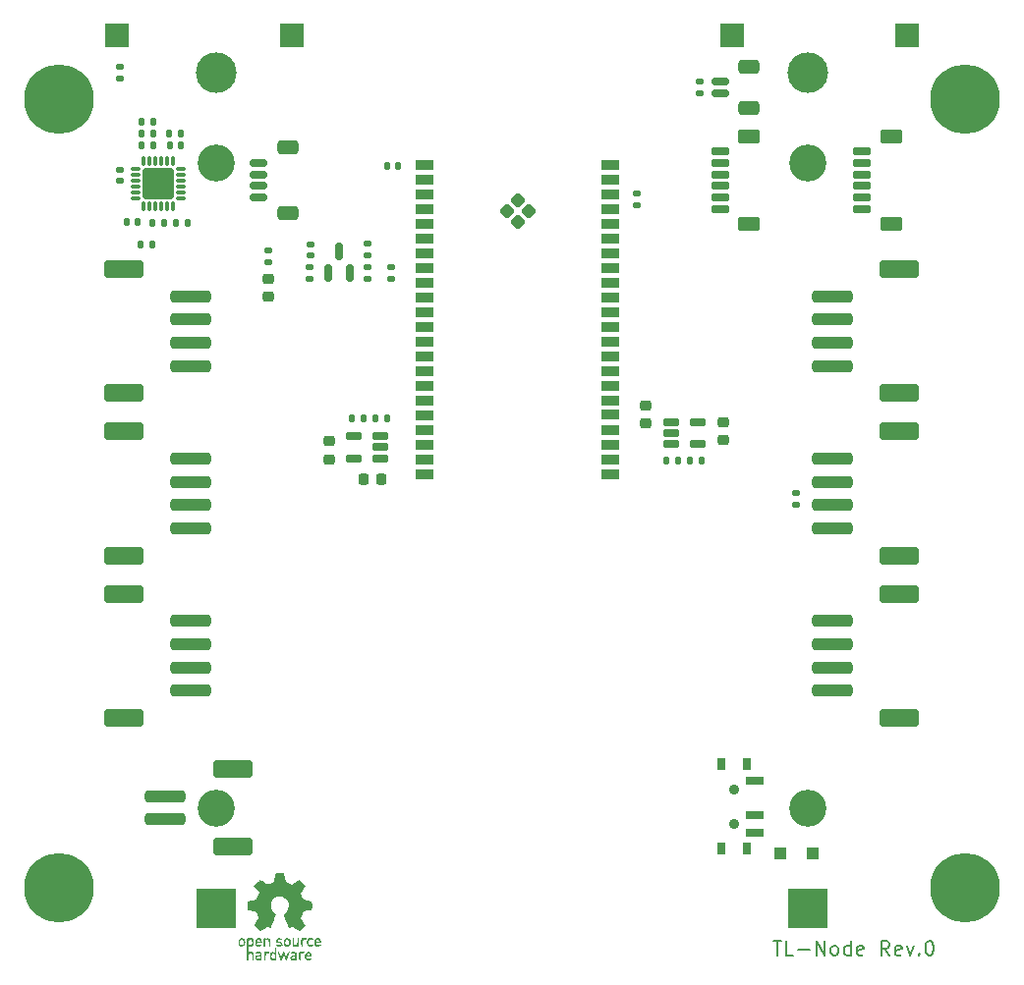
<source format=gbr>
%TF.GenerationSoftware,KiCad,Pcbnew,(6.0.7)*%
%TF.CreationDate,2022-10-18T10:08:25+03:00*%
%TF.ProjectId,TL-Node Rev.0,544c2d4e-6f64-4652-9052-65762e302e6b,rev?*%
%TF.SameCoordinates,Original*%
%TF.FileFunction,Soldermask,Top*%
%TF.FilePolarity,Negative*%
%FSLAX46Y46*%
G04 Gerber Fmt 4.6, Leading zero omitted, Abs format (unit mm)*
G04 Created by KiCad (PCBNEW (6.0.7)) date 2022-10-18 10:08:25*
%MOMM*%
%LPD*%
G01*
G04 APERTURE LIST*
G04 Aperture macros list*
%AMRoundRect*
0 Rectangle with rounded corners*
0 $1 Rounding radius*
0 $2 $3 $4 $5 $6 $7 $8 $9 X,Y pos of 4 corners*
0 Add a 4 corners polygon primitive as box body*
4,1,4,$2,$3,$4,$5,$6,$7,$8,$9,$2,$3,0*
0 Add four circle primitives for the rounded corners*
1,1,$1+$1,$2,$3*
1,1,$1+$1,$4,$5*
1,1,$1+$1,$6,$7*
1,1,$1+$1,$8,$9*
0 Add four rect primitives between the rounded corners*
20,1,$1+$1,$2,$3,$4,$5,0*
20,1,$1+$1,$4,$5,$6,$7,0*
20,1,$1+$1,$6,$7,$8,$9,0*
20,1,$1+$1,$8,$9,$2,$3,0*%
G04 Aperture macros list end*
%ADD10C,0.200000*%
%ADD11RoundRect,0.135000X-0.135000X-0.185000X0.135000X-0.185000X0.135000X0.185000X-0.135000X0.185000X0*%
%ADD12RoundRect,0.135000X0.135000X0.185000X-0.135000X0.185000X-0.135000X-0.185000X0.135000X-0.185000X0*%
%ADD13RoundRect,0.060000X0.602500X0.240000X-0.602500X0.240000X-0.602500X-0.240000X0.602500X-0.240000X0*%
%ADD14RoundRect,0.225000X-0.225000X-0.250000X0.225000X-0.250000X0.225000X0.250000X-0.225000X0.250000X0*%
%ADD15RoundRect,0.225000X0.250000X-0.225000X0.250000X0.225000X-0.250000X0.225000X-0.250000X-0.225000X0*%
%ADD16RoundRect,0.060000X-0.715000X0.240000X-0.715000X-0.240000X0.715000X-0.240000X0.715000X0.240000X0*%
%ADD17RoundRect,0.120000X-0.780000X0.480000X-0.780000X-0.480000X0.780000X-0.480000X0.780000X0.480000X0*%
%ADD18RoundRect,0.150000X0.150000X-0.587500X0.150000X0.587500X-0.150000X0.587500X-0.150000X-0.587500X0*%
%ADD19RoundRect,0.150000X-0.625000X0.150000X-0.625000X-0.150000X0.625000X-0.150000X0.625000X0.150000X0*%
%ADD20RoundRect,0.250000X-0.650000X0.350000X-0.650000X-0.350000X0.650000X-0.350000X0.650000X0.350000X0*%
%ADD21RoundRect,0.135000X-0.185000X0.135000X-0.185000X-0.135000X0.185000X-0.135000X0.185000X0.135000X0*%
%ADD22RoundRect,0.250000X-1.500000X0.250000X-1.500000X-0.250000X1.500000X-0.250000X1.500000X0.250000X0*%
%ADD23RoundRect,0.250001X-1.449999X0.499999X-1.449999X-0.499999X1.449999X-0.499999X1.449999X0.499999X0*%
%ADD24RoundRect,0.140000X0.140000X0.170000X-0.140000X0.170000X-0.140000X-0.170000X0.140000X-0.170000X0*%
%ADD25C,0.800000*%
%ADD26C,6.000000*%
%ADD27R,1.100000X1.100000*%
%ADD28RoundRect,0.135000X0.185000X-0.135000X0.185000X0.135000X-0.185000X0.135000X-0.185000X-0.135000X0*%
%ADD29RoundRect,0.225000X-0.250000X0.225000X-0.250000X-0.225000X0.250000X-0.225000X0.250000X0.225000X0*%
%ADD30RoundRect,0.234375X-1.465625X0.515625X-1.465625X-0.515625X1.465625X-0.515625X1.465625X0.515625X0*%
%ADD31RoundRect,0.249100X1.125900X1.075900X-1.125900X1.075900X-1.125900X-1.075900X1.125900X-1.075900X0*%
%ADD32RoundRect,0.075000X0.350000X0.075000X-0.350000X0.075000X-0.350000X-0.075000X0.350000X-0.075000X0*%
%ADD33RoundRect,0.075000X-0.075000X0.350000X-0.075000X-0.350000X0.075000X-0.350000X0.075000X0.350000X0*%
%ADD34RoundRect,0.090000X-0.660000X-0.360000X0.660000X-0.360000X0.660000X0.360000X-0.660000X0.360000X0*%
%ADD35RoundRect,0.090500X-0.659500X-0.362000X0.659500X-0.362000X0.659500X0.362000X-0.659500X0.362000X0*%
%ADD36RoundRect,0.100000X0.000000X-0.565685X0.565685X0.000000X0.000000X0.565685X-0.565685X0.000000X0*%
%ADD37RoundRect,0.140000X-0.140000X-0.170000X0.140000X-0.170000X0.140000X0.170000X-0.140000X0.170000X0*%
%ADD38RoundRect,0.140000X0.170000X-0.140000X0.170000X0.140000X-0.170000X0.140000X-0.170000X-0.140000X0*%
%ADD39RoundRect,0.140000X-0.170000X0.140000X-0.170000X-0.140000X0.170000X-0.140000X0.170000X0.140000X0*%
%ADD40R,2.000000X2.000000*%
%ADD41RoundRect,0.250000X1.500000X-0.250000X1.500000X0.250000X-1.500000X0.250000X-1.500000X-0.250000X0*%
%ADD42RoundRect,0.250001X1.449999X-0.499999X1.449999X0.499999X-1.449999X0.499999X-1.449999X-0.499999X0*%
%ADD43RoundRect,0.060000X-0.602500X-0.240000X0.602500X-0.240000X0.602500X0.240000X-0.602500X0.240000X0*%
%ADD44R,0.800000X1.000000*%
%ADD45C,0.900000*%
%ADD46R,1.500000X0.700000*%
%ADD47C,3.200000*%
%ADD48R,3.500000X3.500000*%
%ADD49C,3.500000*%
G04 APERTURE END LIST*
D10*
X122535714Y-129565476D02*
X123250000Y-129565476D01*
X122892857Y-130815476D02*
X122892857Y-129565476D01*
X124261904Y-130815476D02*
X123666666Y-130815476D01*
X123666666Y-129565476D01*
X124678571Y-130339285D02*
X125630952Y-130339285D01*
X126226190Y-130815476D02*
X126226190Y-129565476D01*
X126940476Y-130815476D01*
X126940476Y-129565476D01*
X127714285Y-130815476D02*
X127595238Y-130755952D01*
X127535714Y-130696428D01*
X127476190Y-130577380D01*
X127476190Y-130220238D01*
X127535714Y-130101190D01*
X127595238Y-130041666D01*
X127714285Y-129982142D01*
X127892857Y-129982142D01*
X128011904Y-130041666D01*
X128071428Y-130101190D01*
X128130952Y-130220238D01*
X128130952Y-130577380D01*
X128071428Y-130696428D01*
X128011904Y-130755952D01*
X127892857Y-130815476D01*
X127714285Y-130815476D01*
X129202380Y-130815476D02*
X129202380Y-129565476D01*
X129202380Y-130755952D02*
X129083333Y-130815476D01*
X128845238Y-130815476D01*
X128726190Y-130755952D01*
X128666666Y-130696428D01*
X128607142Y-130577380D01*
X128607142Y-130220238D01*
X128666666Y-130101190D01*
X128726190Y-130041666D01*
X128845238Y-129982142D01*
X129083333Y-129982142D01*
X129202380Y-130041666D01*
X130273809Y-130755952D02*
X130154761Y-130815476D01*
X129916666Y-130815476D01*
X129797619Y-130755952D01*
X129738095Y-130636904D01*
X129738095Y-130160714D01*
X129797619Y-130041666D01*
X129916666Y-129982142D01*
X130154761Y-129982142D01*
X130273809Y-130041666D01*
X130333333Y-130160714D01*
X130333333Y-130279761D01*
X129738095Y-130398809D01*
X132535714Y-130815476D02*
X132119047Y-130220238D01*
X131821428Y-130815476D02*
X131821428Y-129565476D01*
X132297619Y-129565476D01*
X132416666Y-129625000D01*
X132476190Y-129684523D01*
X132535714Y-129803571D01*
X132535714Y-129982142D01*
X132476190Y-130101190D01*
X132416666Y-130160714D01*
X132297619Y-130220238D01*
X131821428Y-130220238D01*
X133547619Y-130755952D02*
X133428571Y-130815476D01*
X133190476Y-130815476D01*
X133071428Y-130755952D01*
X133011904Y-130636904D01*
X133011904Y-130160714D01*
X133071428Y-130041666D01*
X133190476Y-129982142D01*
X133428571Y-129982142D01*
X133547619Y-130041666D01*
X133607142Y-130160714D01*
X133607142Y-130279761D01*
X133011904Y-130398809D01*
X134023809Y-129982142D02*
X134321428Y-130815476D01*
X134619047Y-129982142D01*
X135095238Y-130696428D02*
X135154761Y-130755952D01*
X135095238Y-130815476D01*
X135035714Y-130755952D01*
X135095238Y-130696428D01*
X135095238Y-130815476D01*
X135928571Y-129565476D02*
X136047619Y-129565476D01*
X136166666Y-129625000D01*
X136226190Y-129684523D01*
X136285714Y-129803571D01*
X136345238Y-130041666D01*
X136345238Y-130339285D01*
X136285714Y-130577380D01*
X136226190Y-130696428D01*
X136166666Y-130755952D01*
X136047619Y-130815476D01*
X135928571Y-130815476D01*
X135809523Y-130755952D01*
X135750000Y-130696428D01*
X135690476Y-130577380D01*
X135630952Y-130339285D01*
X135630952Y-130041666D01*
X135690476Y-129803571D01*
X135750000Y-129684523D01*
X135809523Y-129625000D01*
X135928571Y-129565476D01*
%TO.C,G\u002A\u002A\u002A*%
G36*
X78770929Y-130514592D02*
G01*
X78796430Y-130538604D01*
X78816670Y-130561292D01*
X78850484Y-130538604D01*
X78919131Y-130507721D01*
X79009581Y-130504177D01*
X79088743Y-130529180D01*
X79112949Y-130567200D01*
X79091528Y-130607783D01*
X79037519Y-130638226D01*
X78968604Y-130646237D01*
X78888973Y-130649654D01*
X78835939Y-130680180D01*
X78804646Y-130746613D01*
X78790237Y-130857754D01*
X78787590Y-130974236D01*
X78786869Y-131097906D01*
X78782300Y-131173045D01*
X78770277Y-131211742D01*
X78747192Y-131226084D01*
X78711814Y-131228162D01*
X78636039Y-131228162D01*
X78636039Y-130500716D01*
X78709288Y-130500716D01*
X78770929Y-130514592D01*
G37*
G36*
X81960772Y-129334280D02*
G01*
X81976668Y-129353272D01*
X82000338Y-129372770D01*
X82052977Y-129353272D01*
X82142298Y-129322267D01*
X82220462Y-129322837D01*
X82273855Y-129350279D01*
X82288862Y-129399894D01*
X82278016Y-129430990D01*
X82229634Y-129475744D01*
X82161223Y-129479441D01*
X82085849Y-129476667D01*
X82034804Y-129497556D01*
X82002833Y-129551209D01*
X81984681Y-129646727D01*
X81975094Y-129793212D01*
X81974729Y-129802455D01*
X81968439Y-129932949D01*
X81959976Y-130014183D01*
X81946511Y-130057517D01*
X81925217Y-130074309D01*
X81906531Y-130076372D01*
X81882589Y-130072239D01*
X81866373Y-130053306D01*
X81856392Y-130009770D01*
X81851156Y-129931829D01*
X81849175Y-129809680D01*
X81848926Y-129697494D01*
X81849542Y-129540069D01*
X81852391Y-129433448D01*
X81858978Y-129367822D01*
X81870808Y-129333377D01*
X81889384Y-129320305D01*
X81907021Y-129318616D01*
X81960772Y-129334280D01*
G37*
G36*
X79032561Y-129339669D02*
G01*
X79111735Y-129391703D01*
X79150728Y-129428076D01*
X79175511Y-129465480D01*
X79189299Y-129517951D01*
X79195309Y-129599526D01*
X79196754Y-129724240D01*
X79196778Y-129763003D01*
X79196049Y-129899544D01*
X79192160Y-129986980D01*
X79182563Y-130036821D01*
X79164706Y-130060581D01*
X79136041Y-130069771D01*
X79128580Y-130070903D01*
X79096108Y-130072682D01*
X79076025Y-130059224D01*
X79065358Y-130019234D01*
X79061135Y-129941414D01*
X79060382Y-129814468D01*
X79060382Y-129811750D01*
X79056925Y-129662011D01*
X79043549Y-129562818D01*
X79015748Y-129504338D01*
X78969016Y-129476739D01*
X78903835Y-129470167D01*
X78839742Y-129482014D01*
X78796534Y-129523209D01*
X78770775Y-129602232D01*
X78759030Y-129727561D01*
X78757280Y-129831898D01*
X78756069Y-129953231D01*
X78750392Y-130026133D01*
X78737185Y-130062773D01*
X78713381Y-130075325D01*
X78695708Y-130076372D01*
X78638468Y-130059139D01*
X78618850Y-130036537D01*
X78613373Y-129991297D01*
X78610415Y-129899780D01*
X78610231Y-129776286D01*
X78612223Y-129665236D01*
X78616666Y-129519851D01*
X78622542Y-129424198D01*
X78632303Y-129367398D01*
X78648400Y-129338573D01*
X78673284Y-129326841D01*
X78689081Y-129324085D01*
X78744766Y-129331513D01*
X78757280Y-129363692D01*
X78762576Y-129395565D01*
X78789242Y-129389324D01*
X78824644Y-129365800D01*
X78928476Y-129322662D01*
X79032561Y-129339669D01*
G37*
G36*
X81182338Y-129323809D02*
G01*
X81200479Y-129347626D01*
X81209391Y-129402421D01*
X81212250Y-129500548D01*
X81212411Y-129554354D01*
X81221556Y-129722552D01*
X81250347Y-129837314D01*
X81300814Y-129903210D01*
X81374990Y-129924809D01*
X81377125Y-129924821D01*
X81436943Y-129914997D01*
X81477421Y-129879203D01*
X81502653Y-129807959D01*
X81516732Y-129691784D01*
X81521767Y-129589898D01*
X81527245Y-129464937D01*
X81535436Y-129388145D01*
X81549950Y-129347075D01*
X81574397Y-129329284D01*
X81598867Y-129324085D01*
X81627052Y-129321988D01*
X81646154Y-129331570D01*
X81657940Y-129362449D01*
X81664176Y-129424240D01*
X81666629Y-129526561D01*
X81667064Y-129679028D01*
X81667065Y-129695386D01*
X81666356Y-129853731D01*
X81663305Y-129961166D01*
X81656521Y-130027394D01*
X81644614Y-130062118D01*
X81626196Y-130075041D01*
X81612506Y-130076372D01*
X81547357Y-130059093D01*
X81524830Y-130043254D01*
X81477832Y-130025729D01*
X81429829Y-130043254D01*
X81339935Y-130073352D01*
X81253484Y-130054465D01*
X81227566Y-130041372D01*
X81167664Y-130001484D01*
X81128118Y-129951545D01*
X81104884Y-129878938D01*
X81093916Y-129771044D01*
X81091170Y-129615925D01*
X81092032Y-129479536D01*
X81096125Y-129392684D01*
X81105705Y-129344298D01*
X81123032Y-129323301D01*
X81150363Y-129318620D01*
X81151790Y-129318616D01*
X81182338Y-129323809D01*
G37*
G36*
X79914737Y-130506185D02*
G01*
X79951204Y-130520667D01*
X79980797Y-130559764D01*
X80009686Y-130635350D01*
X80041843Y-130750776D01*
X80072582Y-130860070D01*
X80100353Y-130942280D01*
X80120280Y-130983424D01*
X80123787Y-130985680D01*
X80141842Y-130958846D01*
X80171232Y-130887496D01*
X80206489Y-130785357D01*
X80217389Y-130750776D01*
X80258572Y-130627848D01*
X80292528Y-130554484D01*
X80324590Y-130520941D01*
X80346007Y-130515871D01*
X80378490Y-130529102D01*
X80410670Y-130575008D01*
X80447579Y-130662913D01*
X80485108Y-130773508D01*
X80524586Y-130893044D01*
X80553383Y-130960839D01*
X80577041Y-130975462D01*
X80601105Y-130935484D01*
X80631118Y-130839474D01*
X80661348Y-130728043D01*
X80695448Y-130613096D01*
X80725708Y-130545676D01*
X80758825Y-130513608D01*
X80783443Y-130506185D01*
X80818735Y-130504373D01*
X80838732Y-130517139D01*
X80842516Y-130552798D01*
X80829168Y-130619668D01*
X80797772Y-130726064D01*
X80747408Y-130880302D01*
X80739528Y-130903975D01*
X80690767Y-131046567D01*
X80654441Y-131140426D01*
X80625490Y-131194861D01*
X80598849Y-131219180D01*
X80569457Y-131222691D01*
X80566407Y-131222290D01*
X80528631Y-131205000D01*
X80495329Y-131157842D01*
X80460108Y-131069536D01*
X80434704Y-130989825D01*
X80400622Y-130881695D01*
X80371905Y-130798082D01*
X80353877Y-130754324D01*
X80352064Y-130751746D01*
X80337206Y-130771451D01*
X80310594Y-130836910D01*
X80277123Y-130935587D01*
X80264914Y-130974928D01*
X80224927Y-131097393D01*
X80191877Y-131172056D01*
X80159426Y-131210261D01*
X80126505Y-131222711D01*
X80069268Y-131214791D01*
X80047718Y-131192400D01*
X80033388Y-131147735D01*
X80005069Y-131059985D01*
X79967469Y-130943730D01*
X79941767Y-130864364D01*
X79893507Y-130712498D01*
X79864324Y-130609232D01*
X79853562Y-130545849D01*
X79860561Y-130513630D01*
X79884665Y-130503859D01*
X79914737Y-130506185D01*
G37*
G36*
X80351164Y-129583020D02*
G01*
X80362845Y-129513371D01*
X80391311Y-129462802D01*
X80443718Y-129410568D01*
X80447555Y-129407129D01*
X80558909Y-129335907D01*
X80672702Y-129323745D01*
X80783671Y-129361808D01*
X80875205Y-129440958D01*
X80926716Y-129563864D01*
X80939618Y-129697494D01*
X80920164Y-129857253D01*
X80861301Y-129971936D01*
X80783671Y-130033180D01*
X80668175Y-130071412D01*
X80556143Y-130057324D01*
X80530430Y-130047718D01*
X80436211Y-129989536D01*
X80378606Y-129901554D01*
X80352247Y-129773257D01*
X80349305Y-129697494D01*
X80484965Y-129697494D01*
X80493522Y-129788839D01*
X80514325Y-129862200D01*
X80516341Y-129866193D01*
X80570369Y-129911177D01*
X80649588Y-129924162D01*
X80726924Y-129903861D01*
X80759097Y-129877741D01*
X80783435Y-129819237D01*
X80797095Y-129729780D01*
X80798171Y-129697494D01*
X80783552Y-129574455D01*
X80737487Y-129500526D01*
X80656658Y-129471118D01*
X80633871Y-129470167D01*
X80551991Y-129492635D01*
X80503075Y-129562063D01*
X80485133Y-129681486D01*
X80484965Y-129697494D01*
X80349305Y-129697494D01*
X80349111Y-129692494D01*
X80351164Y-129583020D01*
G37*
G36*
X82999992Y-129512756D02*
G01*
X83028884Y-129462042D01*
X83081876Y-129409451D01*
X83084548Y-129407060D01*
X83195051Y-129335870D01*
X83307927Y-129322896D01*
X83407018Y-129353126D01*
X83480519Y-129414154D01*
X83540336Y-129512203D01*
X83573605Y-129623680D01*
X83576611Y-129664187D01*
X83574142Y-129704102D01*
X83558257Y-129727571D01*
X83516236Y-129738960D01*
X83435361Y-129742637D01*
X83347176Y-129742959D01*
X83231034Y-129743984D01*
X83163396Y-129749534D01*
X83132152Y-129763327D01*
X83125191Y-129789080D01*
X83127427Y-129810399D01*
X83164647Y-129881663D01*
X83238795Y-129924820D01*
X83328915Y-129929761D01*
X83357876Y-129921554D01*
X83435710Y-129906837D01*
X83505019Y-129916664D01*
X83543865Y-129946708D01*
X83546301Y-129958720D01*
X83520453Y-129989009D01*
X83457208Y-130024463D01*
X83378014Y-130055689D01*
X83304321Y-130073293D01*
X83282060Y-130074451D01*
X83208344Y-130061307D01*
X83167423Y-130047718D01*
X83072490Y-129989002D01*
X83014582Y-129900255D01*
X82988408Y-129771123D01*
X82985561Y-129691826D01*
X82987933Y-129583785D01*
X83122928Y-129583785D01*
X83171512Y-129611963D01*
X83273509Y-129621718D01*
X83369272Y-129616710D01*
X83415875Y-129599560D01*
X83425060Y-129576952D01*
X83401778Y-129529487D01*
X83349284Y-129482535D01*
X83289961Y-129450465D01*
X83243316Y-129455652D01*
X83197733Y-129482535D01*
X83131197Y-129539777D01*
X83122928Y-129583785D01*
X82987933Y-129583785D01*
X82987963Y-129582412D01*
X82999992Y-129512756D01*
G37*
G36*
X79166243Y-130665823D02*
G01*
X79192861Y-130612682D01*
X79228824Y-130572000D01*
X79326431Y-130513967D01*
X79448000Y-130511368D01*
X79552924Y-130544805D01*
X79582159Y-130551086D01*
X79598176Y-130529881D01*
X79604819Y-130469446D01*
X79605967Y-130382718D01*
X79608103Y-130280049D01*
X79617515Y-130224177D01*
X79638709Y-130201342D01*
X79666587Y-130197613D01*
X79688674Y-130200314D01*
X79704626Y-130214060D01*
X79715437Y-130247318D01*
X79722105Y-130308554D01*
X79725625Y-130406233D01*
X79726993Y-130548821D01*
X79727208Y-130712888D01*
X79726890Y-130900627D01*
X79725273Y-131036212D01*
X79721360Y-131128109D01*
X79714156Y-131184784D01*
X79702665Y-131214704D01*
X79685889Y-131226334D01*
X79666587Y-131228162D01*
X79617324Y-131216110D01*
X79605967Y-131199399D01*
X79581738Y-131191204D01*
X79521497Y-131206489D01*
X79500855Y-131214554D01*
X79430868Y-131242486D01*
X79390199Y-131256233D01*
X79387191Y-131256551D01*
X79355904Y-131245122D01*
X79313685Y-131228417D01*
X79231059Y-131173779D01*
X79179300Y-131084291D01*
X79154661Y-130951370D01*
X79151313Y-130856317D01*
X79151688Y-130841079D01*
X79304215Y-130841079D01*
X79307186Y-130941941D01*
X79320058Y-131027125D01*
X79339237Y-131070549D01*
X79409921Y-131103772D01*
X79492356Y-131095413D01*
X79549213Y-131056797D01*
X79575260Y-130993988D01*
X79588276Y-130899943D01*
X79587873Y-130798993D01*
X79573665Y-130715472D01*
X79555197Y-130680304D01*
X79494114Y-130651081D01*
X79415303Y-130647401D01*
X79348640Y-130668457D01*
X79330192Y-130686366D01*
X79311699Y-130748051D01*
X79304215Y-130841079D01*
X79151688Y-130841079D01*
X79154162Y-130740550D01*
X79166243Y-130665823D01*
G37*
G36*
X82290088Y-130571220D02*
G01*
X82388443Y-130513493D01*
X82470287Y-130500716D01*
X82591599Y-130528180D01*
X82687158Y-130602630D01*
X82745561Y-130712159D01*
X82758234Y-130801487D01*
X82758234Y-130925060D01*
X82530907Y-130925060D01*
X82409612Y-130927688D01*
X82338518Y-130936872D01*
X82307384Y-130954564D01*
X82303580Y-130968360D01*
X82330005Y-131036500D01*
X82396576Y-131084686D01*
X82484241Y-131106011D01*
X82573946Y-131093566D01*
X82605666Y-131077881D01*
X82662459Y-131070799D01*
X82712674Y-131102260D01*
X82727924Y-131142489D01*
X82702563Y-131170250D01*
X82641095Y-131205341D01*
X82565441Y-131237559D01*
X82497524Y-131256700D01*
X82478838Y-131258425D01*
X82427981Y-131245603D01*
X82351586Y-131213967D01*
X82333891Y-131205382D01*
X82238778Y-131129203D01*
X82182081Y-131024211D01*
X82161333Y-130903161D01*
X82174064Y-130778810D01*
X82176370Y-130772754D01*
X82308909Y-130772754D01*
X82364002Y-130796733D01*
X82469310Y-130803819D01*
X82563549Y-130802266D01*
X82609718Y-130793553D01*
X82620358Y-130771600D01*
X82609967Y-130735621D01*
X82557168Y-130664091D01*
X82478783Y-130631924D01*
X82396479Y-130645226D01*
X82365119Y-130666592D01*
X82309753Y-130729996D01*
X82308909Y-130772754D01*
X82176370Y-130772754D01*
X82217806Y-130663911D01*
X82290088Y-130571220D01*
G37*
G36*
X77944198Y-130881092D02*
G01*
X78044442Y-130826057D01*
X78191344Y-130804118D01*
X78213668Y-130803819D01*
X78292825Y-130798178D01*
X78327265Y-130776403D01*
X78332936Y-130746909D01*
X78308881Y-130671949D01*
X78237504Y-130633941D01*
X78119985Y-130633474D01*
X78108572Y-130635084D01*
X78011195Y-130639545D01*
X77954387Y-130621666D01*
X77944785Y-130586493D01*
X77985530Y-130541583D01*
X78073987Y-130507131D01*
X78186850Y-130502039D01*
X78301289Y-130523119D01*
X78394477Y-130567184D01*
X78430980Y-130603762D01*
X78440592Y-130646926D01*
X78448222Y-130735681D01*
X78452832Y-130855005D01*
X78453713Y-130932619D01*
X78454177Y-131228126D01*
X78355669Y-131222950D01*
X78259578Y-131225495D01*
X78181385Y-131237625D01*
X78096911Y-131239189D01*
X78010108Y-131215236D01*
X77927082Y-131154368D01*
X77894427Y-131081116D01*
X77893823Y-131020042D01*
X78009179Y-131020042D01*
X78029833Y-131061456D01*
X78085608Y-131094080D01*
X78166081Y-131106946D01*
X78246978Y-131100265D01*
X78304024Y-131074247D01*
X78314538Y-131058977D01*
X78333942Y-130982994D01*
X78312915Y-130941795D01*
X78243616Y-130926192D01*
X78200251Y-130925060D01*
X78093416Y-130937541D01*
X78027317Y-130971129D01*
X78009179Y-131020042D01*
X77893823Y-131020042D01*
X77893297Y-130966890D01*
X77944198Y-130881092D01*
G37*
G36*
X77186748Y-129511398D02*
G01*
X77191375Y-129425973D01*
X77198001Y-129370184D01*
X77206980Y-129337832D01*
X77218665Y-129322722D01*
X77233411Y-129318656D01*
X77235704Y-129318616D01*
X77300854Y-129335895D01*
X77323381Y-129351734D01*
X77370379Y-129369259D01*
X77418381Y-129351734D01*
X77527383Y-129320488D01*
X77627738Y-129349091D01*
X77682643Y-129393014D01*
X77721487Y-129438822D01*
X77743952Y-129491037D01*
X77754360Y-129567263D01*
X77757032Y-129685104D01*
X77757041Y-129696116D01*
X77754061Y-129822022D01*
X77742895Y-129903608D01*
X77720201Y-129956981D01*
X77697191Y-129984671D01*
X77596678Y-130051901D01*
X77490726Y-130064971D01*
X77408252Y-130033549D01*
X77332697Y-129984044D01*
X77332697Y-130273757D01*
X77333367Y-130407165D01*
X77336888Y-130489939D01*
X77345525Y-130532059D01*
X77361542Y-130543508D01*
X77387207Y-130534269D01*
X77391325Y-130532093D01*
X77506139Y-130501981D01*
X77618321Y-130528188D01*
X77682643Y-130575114D01*
X77717517Y-130614787D01*
X77739410Y-130658810D01*
X77751305Y-130721761D01*
X77756183Y-130818220D01*
X77757041Y-130938837D01*
X77756134Y-131073048D01*
X77751845Y-131157866D01*
X77741823Y-131204511D01*
X77723719Y-131224202D01*
X77696420Y-131228162D01*
X77664444Y-131222388D01*
X77646186Y-131196386D01*
X77637893Y-131137142D01*
X77635811Y-131031637D01*
X77635800Y-131017964D01*
X77631812Y-130899666D01*
X77621392Y-130796438D01*
X77607815Y-130734159D01*
X77554436Y-130663852D01*
X77476560Y-130642594D01*
X77395279Y-130672492D01*
X77364198Y-130701405D01*
X77345401Y-130744066D01*
X77335930Y-130814640D01*
X77332828Y-130927292D01*
X77332697Y-130972244D01*
X77331990Y-131096500D01*
X77327491Y-131172178D01*
X77315635Y-131211320D01*
X77292855Y-131225967D01*
X77256922Y-131228162D01*
X77181146Y-131228162D01*
X77181146Y-130273389D01*
X77181319Y-130007454D01*
X77182074Y-129795941D01*
X77183094Y-129697494D01*
X77332697Y-129697494D01*
X77342431Y-129817918D01*
X77375720Y-129889401D01*
X77438691Y-129921065D01*
X77485445Y-129924821D01*
X77560846Y-129902255D01*
X77600624Y-129847619D01*
X77634195Y-129703646D01*
X77608171Y-129553086D01*
X77606240Y-129547916D01*
X77564147Y-129487093D01*
X77491061Y-129470167D01*
X77407555Y-129483842D01*
X77357984Y-129531214D01*
X77335716Y-129621803D01*
X77332697Y-129697494D01*
X77183094Y-129697494D01*
X77183766Y-129632655D01*
X77186748Y-129511398D01*
G37*
G36*
X82796812Y-129354894D02*
G01*
X82807072Y-129359585D01*
X82884156Y-129404654D01*
X82905952Y-129445037D01*
X82876146Y-129490084D01*
X82863036Y-129501543D01*
X82814428Y-129524305D01*
X82781198Y-129505255D01*
X82728287Y-129480918D01*
X82648412Y-129470192D01*
X82644540Y-129470167D01*
X82573294Y-129478405D01*
X82529705Y-129514371D01*
X82497558Y-129578852D01*
X82474355Y-129681945D01*
X82482483Y-129785036D01*
X82517774Y-129867895D01*
X82565163Y-129906986D01*
X82658240Y-129924213D01*
X82744676Y-129911117D01*
X82782699Y-129888232D01*
X82822243Y-129868915D01*
X82865480Y-129897836D01*
X82894225Y-129937075D01*
X82878498Y-129972549D01*
X82853868Y-129996341D01*
X82767221Y-130043009D01*
X82655631Y-130064788D01*
X82551523Y-130056378D01*
X82530907Y-130049130D01*
X82434617Y-129987458D01*
X82376610Y-129896689D01*
X82351284Y-129765972D01*
X82349046Y-129696754D01*
X82353027Y-129582331D01*
X82368763Y-129507263D01*
X82401943Y-129450589D01*
X82422091Y-129427608D01*
X82532510Y-129351270D01*
X82663001Y-129326046D01*
X82796812Y-129354894D01*
G37*
G36*
X81778910Y-130516380D02*
G01*
X81794806Y-130535373D01*
X81818476Y-130554871D01*
X81871115Y-130535373D01*
X81952918Y-130507698D01*
X82036292Y-130502821D01*
X82096628Y-130521058D01*
X82107384Y-130532354D01*
X82109578Y-130581015D01*
X82066320Y-130622297D01*
X81992618Y-130644389D01*
X81963668Y-130645443D01*
X81886141Y-130655491D01*
X81834105Y-130696307D01*
X81803412Y-130776078D01*
X81789910Y-130902992D01*
X81788306Y-130991473D01*
X81786981Y-131110551D01*
X81780899Y-131181361D01*
X81766903Y-131216235D01*
X81741834Y-131227502D01*
X81727685Y-131228162D01*
X81702096Y-131224594D01*
X81684935Y-131207191D01*
X81674528Y-131165908D01*
X81669201Y-131090699D01*
X81667280Y-130971519D01*
X81667065Y-130864439D01*
X81667725Y-130710707D01*
X81670773Y-130607584D01*
X81677806Y-130545063D01*
X81690422Y-130513137D01*
X81710221Y-130501801D01*
X81725159Y-130500716D01*
X81778910Y-130516380D01*
G37*
G36*
X77997344Y-129390637D02*
G01*
X78094627Y-129335075D01*
X78201400Y-129324448D01*
X78305450Y-129356099D01*
X78394563Y-129427372D01*
X78456527Y-129535612D01*
X78475194Y-129614141D01*
X78492469Y-129742959D01*
X78259043Y-129742959D01*
X78141667Y-129743948D01*
X78072886Y-129749328D01*
X78040681Y-129762723D01*
X78033031Y-129787757D01*
X78035303Y-129810399D01*
X78072523Y-129881663D01*
X78146671Y-129924820D01*
X78236790Y-129929761D01*
X78265752Y-129921554D01*
X78343586Y-129906837D01*
X78412895Y-129916664D01*
X78451741Y-129946708D01*
X78454177Y-129958720D01*
X78428329Y-129989009D01*
X78365083Y-130024463D01*
X78285890Y-130055689D01*
X78212197Y-130073293D01*
X78189936Y-130074451D01*
X78116220Y-130061307D01*
X78075299Y-130047718D01*
X77979330Y-129978038D01*
X77913288Y-129869058D01*
X77881512Y-129736432D01*
X77888342Y-129595818D01*
X77892283Y-129583785D01*
X78030804Y-129583785D01*
X78079388Y-129611963D01*
X78181385Y-129621718D01*
X78277148Y-129616710D01*
X78323751Y-129599560D01*
X78332936Y-129576952D01*
X78309654Y-129529487D01*
X78257160Y-129482535D01*
X78197837Y-129450465D01*
X78151192Y-129455652D01*
X78105609Y-129482535D01*
X78039073Y-129539777D01*
X78030804Y-129583785D01*
X77892283Y-129583785D01*
X77921762Y-129493788D01*
X77997344Y-129390637D01*
G37*
G36*
X79860580Y-123745144D02*
G01*
X80008388Y-123748179D01*
X80378879Y-123756683D01*
X80454654Y-124134139D01*
X80530430Y-124511595D01*
X80757757Y-124610633D01*
X80871194Y-124657259D01*
X80968709Y-124692330D01*
X81032865Y-124709706D01*
X81041509Y-124710563D01*
X81088054Y-124694338D01*
X81171307Y-124649645D01*
X81278901Y-124583598D01*
X81382485Y-124514439D01*
X81497467Y-124436170D01*
X81594502Y-124372629D01*
X81662703Y-124330782D01*
X81690452Y-124317422D01*
X81720321Y-124337789D01*
X81781191Y-124391901D01*
X81862607Y-124469276D01*
X81954113Y-124559432D01*
X82045253Y-124651886D01*
X82125570Y-124736156D01*
X82184608Y-124801761D01*
X82211912Y-124838218D01*
X82212650Y-124840922D01*
X82196352Y-124873243D01*
X82152097Y-124944292D01*
X82086841Y-125043238D01*
X82015633Y-125147587D01*
X81937269Y-125262880D01*
X81873599Y-125360571D01*
X81831620Y-125429652D01*
X81818167Y-125458253D01*
X81828992Y-125496055D01*
X81858397Y-125575756D01*
X81901148Y-125683508D01*
X81926984Y-125746189D01*
X82036249Y-126008011D01*
X82773389Y-126151193D01*
X82782007Y-126497206D01*
X82783180Y-126665599D01*
X82777568Y-126789209D01*
X82765572Y-126861703D01*
X82758077Y-126876084D01*
X82716305Y-126894825D01*
X82628570Y-126919991D01*
X82508692Y-126947965D01*
X82400891Y-126969570D01*
X82076253Y-127030191D01*
X82009580Y-127166587D01*
X81957056Y-127280590D01*
X81902398Y-127408937D01*
X81882861Y-127457906D01*
X81822816Y-127612830D01*
X82017733Y-127904307D01*
X82094715Y-128021395D01*
X82157354Y-128120414D01*
X82198888Y-128190419D01*
X82212650Y-128219862D01*
X82192351Y-128249468D01*
X82137129Y-128312093D01*
X82055491Y-128398464D01*
X81959071Y-128496201D01*
X81705493Y-128748461D01*
X81403848Y-128547625D01*
X81102203Y-128346788D01*
X80960326Y-128426085D01*
X80877791Y-128470312D01*
X80832487Y-128485814D01*
X80809491Y-128474762D01*
X80797687Y-128449767D01*
X80779794Y-128405105D01*
X80742529Y-128314375D01*
X80689965Y-128187413D01*
X80626175Y-128034056D01*
X80555229Y-127864139D01*
X80555170Y-127863996D01*
X80485527Y-127695129D01*
X80424888Y-127543563D01*
X80376933Y-127418868D01*
X80345340Y-127330616D01*
X80333790Y-127288380D01*
X80333788Y-127288101D01*
X80357600Y-127243804D01*
X80416397Y-127190049D01*
X80437214Y-127175630D01*
X80580511Y-127049892D01*
X80694453Y-126883218D01*
X80742007Y-126774239D01*
X80782462Y-126574449D01*
X80767982Y-126376373D01*
X80703704Y-126189839D01*
X80594767Y-126024676D01*
X80446311Y-125890713D01*
X80263475Y-125797777D01*
X80225055Y-125785506D01*
X80017033Y-125754257D01*
X79816155Y-125778292D01*
X79631200Y-125852294D01*
X79470944Y-125970948D01*
X79344165Y-126128940D01*
X79259640Y-126320952D01*
X79244962Y-126379049D01*
X79231572Y-126579878D01*
X79272740Y-126778777D01*
X79363375Y-126963021D01*
X79498384Y-127119885D01*
X79561798Y-127170773D01*
X79634818Y-127229926D01*
X79679392Y-127279258D01*
X79686569Y-127301260D01*
X79628990Y-127447400D01*
X79562371Y-127610761D01*
X79490691Y-127782215D01*
X79417928Y-127952639D01*
X79348064Y-128112905D01*
X79285078Y-128253889D01*
X79232948Y-128366466D01*
X79195656Y-128441508D01*
X79177180Y-128469892D01*
X79176916Y-128469928D01*
X79134917Y-128457110D01*
X79061519Y-128424758D01*
X79025145Y-128406794D01*
X78901392Y-128343660D01*
X78639897Y-128523017D01*
X78528087Y-128599371D01*
X78433411Y-128663407D01*
X78367972Y-128706973D01*
X78345916Y-128720997D01*
X78313353Y-128707901D01*
X78248216Y-128658611D01*
X78159755Y-128580816D01*
X78057222Y-128482203D01*
X78050538Y-128475504D01*
X77787646Y-128211388D01*
X77986639Y-127913814D01*
X78185633Y-127616239D01*
X78069845Y-127324633D01*
X77954058Y-127033027D01*
X77256922Y-126905869D01*
X77248476Y-126526047D01*
X77240031Y-126146225D01*
X77609172Y-126072934D01*
X77978312Y-125999642D01*
X78095377Y-125728215D01*
X78212443Y-125456788D01*
X77779577Y-124826622D01*
X78032855Y-124572022D01*
X78134287Y-124472612D01*
X78221874Y-124391511D01*
X78286098Y-124337217D01*
X78317112Y-124318204D01*
X78353156Y-124334788D01*
X78427572Y-124379225D01*
X78529116Y-124444529D01*
X78634190Y-124515220D01*
X78751399Y-124593391D01*
X78852623Y-124656783D01*
X78926269Y-124698401D01*
X78959236Y-124711456D01*
X78999362Y-124701202D01*
X79078472Y-124674602D01*
X79179984Y-124637898D01*
X79287318Y-124597330D01*
X79383892Y-124559142D01*
X79453125Y-124529574D01*
X79477729Y-124516276D01*
X79486335Y-124485055D01*
X79503239Y-124406907D01*
X79525787Y-124294530D01*
X79545249Y-124193075D01*
X79571640Y-124054748D01*
X79595527Y-123932726D01*
X79613722Y-123843133D01*
X79621255Y-123808799D01*
X79630451Y-123779938D01*
X79648519Y-123760780D01*
X79685922Y-123749687D01*
X79753121Y-123745021D01*
X79860580Y-123745144D01*
G37*
G36*
X80042619Y-129331237D02*
G01*
X80136516Y-129360822D01*
X80187207Y-129402157D01*
X80187655Y-129447799D01*
X80170767Y-129466797D01*
X80116515Y-129486544D01*
X80042758Y-129469138D01*
X79944256Y-129447733D01*
X79867761Y-129460611D01*
X79826513Y-129503538D01*
X79823749Y-129539165D01*
X79840282Y-129581589D01*
X79884941Y-129607662D01*
X79973203Y-129625877D01*
X79984845Y-129627568D01*
X80109135Y-129665167D01*
X80195398Y-129729974D01*
X80240865Y-129810734D01*
X80242766Y-129896193D01*
X80198332Y-129975094D01*
X80104792Y-130036183D01*
X80087048Y-130042874D01*
X79957343Y-130072515D01*
X79839508Y-130058862D01*
X79768734Y-130032714D01*
X79681310Y-129984909D01*
X79651720Y-129941126D01*
X79677641Y-129897915D01*
X79677862Y-129897731D01*
X79723958Y-129881318D01*
X79796385Y-129897224D01*
X79834184Y-129911991D01*
X79940208Y-129938513D01*
X80026350Y-129927285D01*
X80079794Y-129882121D01*
X80090931Y-129835584D01*
X80080365Y-129797926D01*
X80039370Y-129774236D01*
X79954001Y-129757282D01*
X79934878Y-129754656D01*
X79793692Y-129718255D01*
X79703911Y-129654116D01*
X79667372Y-129563670D01*
X79666587Y-129545943D01*
X79693802Y-129449604D01*
X79767355Y-129376178D01*
X79875107Y-129332596D01*
X80004921Y-129325789D01*
X80042619Y-129331237D01*
G37*
G36*
X80932505Y-130906865D02*
G01*
X81004046Y-130848120D01*
X81116061Y-130812030D01*
X81210418Y-130803819D01*
X81289369Y-130799812D01*
X81324785Y-130780910D01*
X81333582Y-130736794D01*
X81333652Y-130728620D01*
X81308327Y-130664741D01*
X81243828Y-130629532D01*
X81157366Y-130629406D01*
X81109727Y-130645202D01*
X81040669Y-130657455D01*
X80976160Y-130641604D01*
X80940968Y-130604959D01*
X80939618Y-130595006D01*
X80966808Y-130561233D01*
X81036116Y-130530094D01*
X81129151Y-130507882D01*
X81215215Y-130500716D01*
X81325673Y-130517553D01*
X81410602Y-130574911D01*
X81410805Y-130575114D01*
X81445628Y-130614712D01*
X81467511Y-130658638D01*
X81479422Y-130721435D01*
X81484326Y-130817644D01*
X81485203Y-130939787D01*
X81485203Y-131230061D01*
X81386695Y-131225848D01*
X81283401Y-131228410D01*
X81197256Y-131238785D01*
X81116961Y-131245633D01*
X81060860Y-131238094D01*
X80973871Y-131177628D01*
X80919378Y-131088164D01*
X80912837Y-131043494D01*
X81035616Y-131043494D01*
X81042184Y-131063212D01*
X81074135Y-131094256D01*
X81145564Y-131103105D01*
X81189401Y-131101100D01*
X81271732Y-131090757D01*
X81311487Y-131067543D01*
X81326705Y-131019403D01*
X81328088Y-131008413D01*
X81330012Y-130957593D01*
X81310241Y-130933225D01*
X81253681Y-130925615D01*
X81198318Y-130925060D01*
X81091400Y-130937605D01*
X81037860Y-130976469D01*
X81035616Y-131043494D01*
X80912837Y-131043494D01*
X80904858Y-130988999D01*
X80932505Y-130906865D01*
G37*
G36*
X76456693Y-129578145D02*
G01*
X76470411Y-129506462D01*
X76501960Y-129451446D01*
X76546094Y-129403420D01*
X76613746Y-129344534D01*
X76675410Y-129322836D01*
X76762274Y-129327634D01*
X76765796Y-129328102D01*
X76890663Y-129364162D01*
X76973409Y-129436604D01*
X77018215Y-129551103D01*
X77029595Y-129686022D01*
X77022325Y-129826232D01*
X76996178Y-129921944D01*
X76944652Y-129988005D01*
X76878650Y-130030593D01*
X76765623Y-130070294D01*
X76658259Y-130061102D01*
X76616072Y-130046317D01*
X76530542Y-129987986D01*
X76478018Y-129891435D01*
X76455244Y-129749489D01*
X76454010Y-129700692D01*
X76574941Y-129700692D01*
X76594385Y-129807028D01*
X76644548Y-129883187D01*
X76713175Y-129922457D01*
X76788010Y-129918126D01*
X76856797Y-129863482D01*
X76861169Y-129857456D01*
X76903833Y-129757379D01*
X76905640Y-129652955D01*
X76872063Y-129559848D01*
X76808577Y-129493724D01*
X76725840Y-129470167D01*
X76643711Y-129491538D01*
X76594435Y-129558343D01*
X76575369Y-129674621D01*
X76574941Y-129700692D01*
X76454010Y-129700692D01*
X76453700Y-129688418D01*
X76456693Y-129578145D01*
G37*
%TD*%
D11*
%TO.C,R8*%
X86240000Y-84525000D03*
X87260000Y-84525000D03*
%TD*%
D12*
%TO.C,R14*%
X72060000Y-67700000D03*
X71040000Y-67700000D03*
%TD*%
D13*
%TO.C,U2*%
X88637500Y-87975000D03*
X88637500Y-87025000D03*
X88637500Y-86075000D03*
X86362500Y-86075000D03*
X86362500Y-87975000D03*
%TD*%
D14*
%TO.C,C5*%
X87225000Y-89750000D03*
X88775000Y-89750000D03*
%TD*%
D15*
%TO.C,C8*%
X118200000Y-86375000D03*
X118200000Y-84825000D03*
%TD*%
D16*
%TO.C,J2*%
X130125000Y-61500000D03*
X130125000Y-62500000D03*
X130125000Y-63500000D03*
X130125000Y-64500000D03*
X130125000Y-65500000D03*
X130125000Y-66500000D03*
D17*
X132650000Y-60200000D03*
X132650000Y-67800000D03*
%TD*%
D18*
%TO.C,Q1*%
X84155000Y-71990000D03*
X86055000Y-71990000D03*
X85105000Y-70115000D03*
%TD*%
D19*
%TO.C,BZ1*%
X117925000Y-55500000D03*
X117925000Y-56500000D03*
D20*
X120450000Y-54200000D03*
X120450000Y-57800000D03*
%TD*%
D21*
%TO.C,R5*%
X87605000Y-69480000D03*
X87605000Y-70500000D03*
%TD*%
D16*
%TO.C,J3*%
X117925000Y-61500000D03*
X117925000Y-62500000D03*
X117925000Y-63500000D03*
X117925000Y-64500000D03*
X117925000Y-65500000D03*
X117925000Y-66500000D03*
D17*
X120450000Y-60200000D03*
X120450000Y-67800000D03*
%TD*%
D22*
%TO.C,J7*%
X72350000Y-102000000D03*
X72350000Y-104000000D03*
X72350000Y-106000000D03*
X72350000Y-108000000D03*
D23*
X66600000Y-110350000D03*
X66600000Y-99650000D03*
%TD*%
D24*
%TO.C,C12*%
X67740000Y-67600000D03*
X66780000Y-67600000D03*
%TD*%
D25*
%TO.C,H2*%
X137409010Y-58590990D03*
X141250000Y-57000000D03*
X140590990Y-58590990D03*
D26*
X139000000Y-57000000D03*
D25*
X139000000Y-59250000D03*
X139000000Y-54750000D03*
X140590990Y-55409010D03*
X137409010Y-55409010D03*
X136750000Y-57000000D03*
%TD*%
D27*
%TO.C,D1*%
X123100000Y-122000000D03*
X125900000Y-122000000D03*
%TD*%
D12*
%TO.C,R16*%
X69110000Y-60000000D03*
X68090000Y-60000000D03*
%TD*%
D28*
%TO.C,R4*%
X82605000Y-72500000D03*
X82605000Y-71480000D03*
%TD*%
D29*
%TO.C,C6*%
X84250000Y-86500000D03*
X84250000Y-88050000D03*
%TD*%
D28*
%TO.C,R1*%
X66250000Y-55260000D03*
X66250000Y-54240000D03*
%TD*%
D26*
%TO.C,H1*%
X61000000Y-57000000D03*
D25*
X59409010Y-58590990D03*
X62590990Y-58590990D03*
X58750000Y-57000000D03*
X59409010Y-55409010D03*
X62590990Y-55409010D03*
X61000000Y-54750000D03*
X63250000Y-57000000D03*
X61000000Y-59250000D03*
%TD*%
D22*
%TO.C,J4*%
X70150000Y-117100000D03*
X70150000Y-119100000D03*
D30*
X76000000Y-114750000D03*
X76000000Y-121450000D03*
%TD*%
D21*
%TO.C,R3*%
X79000000Y-70029088D03*
X79000000Y-71049088D03*
%TD*%
D24*
%TO.C,C1*%
X90230000Y-62750000D03*
X89270000Y-62750000D03*
%TD*%
D22*
%TO.C,J6*%
X72350000Y-88000000D03*
X72350000Y-90000000D03*
X72350000Y-92000000D03*
X72350000Y-94000000D03*
D23*
X66600000Y-96350000D03*
X66600000Y-85650000D03*
%TD*%
D31*
%TO.C,U4*%
X69550000Y-64300000D03*
D32*
X71500000Y-65550000D03*
X71500000Y-65050000D03*
X71500000Y-64550000D03*
X71500000Y-64050000D03*
X71500000Y-63550000D03*
X71500000Y-63050000D03*
D33*
X70800000Y-62350000D03*
X70300000Y-62350000D03*
X69800000Y-62350000D03*
X69300000Y-62350000D03*
X68800000Y-62350000D03*
X68300000Y-62350000D03*
D32*
X67600000Y-63050000D03*
X67600000Y-63550000D03*
X67600000Y-64050000D03*
X67600000Y-64550000D03*
X67600000Y-65050000D03*
X67600000Y-65550000D03*
D33*
X68300000Y-66250000D03*
X68800000Y-66250000D03*
X69300000Y-66250000D03*
X69800000Y-66250000D03*
X70300000Y-66250000D03*
X70800000Y-66250000D03*
%TD*%
D34*
%TO.C,U1*%
X92500000Y-62665000D03*
X92500000Y-63935000D03*
X92500000Y-65205000D03*
D35*
X92500000Y-66475000D03*
D34*
X92500000Y-67745000D03*
X92500000Y-69015000D03*
X92500000Y-70285000D03*
D35*
X92500000Y-71555000D03*
D34*
X92500000Y-72825000D03*
X92500000Y-74095000D03*
X92500000Y-75365000D03*
D35*
X92500000Y-76635000D03*
D34*
X92500000Y-77905000D03*
X92500000Y-79175000D03*
X92500000Y-80445000D03*
D35*
X92500000Y-81715000D03*
D34*
X92500000Y-82985000D03*
X92500000Y-84255000D03*
X92500000Y-85525000D03*
D35*
X92500000Y-86795000D03*
D34*
X92500000Y-88065000D03*
X92500000Y-89335000D03*
X108500000Y-89335000D03*
X108500000Y-88065000D03*
D35*
X108500000Y-86795000D03*
D34*
X108500000Y-85525000D03*
X108500000Y-84225000D03*
X108500000Y-82985000D03*
D35*
X108500000Y-81715000D03*
D34*
X108500000Y-80445000D03*
X108500000Y-79175000D03*
X108500000Y-77905000D03*
D35*
X108500000Y-76635000D03*
D34*
X108500000Y-75365000D03*
X108500000Y-74095000D03*
X108500000Y-72825000D03*
D35*
X108500000Y-71555000D03*
D34*
X108500000Y-70283000D03*
X108500000Y-69015000D03*
X108500000Y-67745000D03*
D35*
X108500000Y-66475000D03*
D34*
X108500000Y-65205000D03*
X108500000Y-63935000D03*
X108500000Y-62665000D03*
D36*
X100500000Y-67584239D03*
X100500000Y-65745761D03*
X101419239Y-66665000D03*
X99580761Y-66665000D03*
%TD*%
D24*
%TO.C,C11*%
X69080000Y-61000000D03*
X68120000Y-61000000D03*
%TD*%
D11*
%TO.C,R13*%
X69040000Y-67700000D03*
X70060000Y-67700000D03*
%TD*%
D37*
%TO.C,C9*%
X70520000Y-61000000D03*
X71480000Y-61000000D03*
%TD*%
D38*
%TO.C,C2*%
X110750000Y-66130000D03*
X110750000Y-65170000D03*
%TD*%
%TO.C,C4*%
X82655000Y-70470000D03*
X82655000Y-69510000D03*
%TD*%
D39*
%TO.C,C3*%
X89600000Y-71520000D03*
X89600000Y-72480000D03*
%TD*%
D12*
%TO.C,R12*%
X69010000Y-69500000D03*
X67990000Y-69500000D03*
%TD*%
D25*
%TO.C,H4*%
X140590990Y-123409010D03*
X140590990Y-126590990D03*
X139000000Y-122750000D03*
X136750000Y-125000000D03*
X139000000Y-127250000D03*
X137409010Y-126590990D03*
X137409010Y-123409010D03*
D26*
X139000000Y-125000000D03*
D25*
X141250000Y-125000000D03*
%TD*%
D39*
%TO.C,C10*%
X66260000Y-63120000D03*
X66260000Y-64080000D03*
%TD*%
D40*
%TO.C,SW3*%
X134060000Y-51500000D03*
X118940000Y-51500000D03*
%TD*%
D12*
%TO.C,R15*%
X69110000Y-59000000D03*
X68090000Y-59000000D03*
%TD*%
D22*
%TO.C,J5*%
X72350000Y-74000000D03*
X72350000Y-76000000D03*
X72350000Y-78000000D03*
X72350000Y-80000000D03*
D23*
X66600000Y-71650000D03*
X66600000Y-82350000D03*
%TD*%
D41*
%TO.C,J10*%
X127650000Y-108000000D03*
X127650000Y-106000000D03*
X127650000Y-104000000D03*
X127650000Y-102000000D03*
D42*
X133400000Y-110350000D03*
X133400000Y-99650000D03*
%TD*%
D41*
%TO.C,J8*%
X127650000Y-80000000D03*
X127650000Y-78000000D03*
X127650000Y-76000000D03*
X127650000Y-74000000D03*
D42*
X133400000Y-71650000D03*
X133400000Y-82350000D03*
%TD*%
D12*
%TO.C,R7*%
X89260000Y-84550000D03*
X88240000Y-84550000D03*
%TD*%
D41*
%TO.C,J9*%
X127650000Y-94000000D03*
X127650000Y-92000000D03*
X127650000Y-90000000D03*
X127650000Y-88000000D03*
D42*
X133400000Y-85650000D03*
X133400000Y-96350000D03*
%TD*%
D12*
%TO.C,R10*%
X116372500Y-88200000D03*
X115352500Y-88200000D03*
%TD*%
D21*
%TO.C,R6*%
X87605000Y-71480000D03*
X87605000Y-72500000D03*
%TD*%
D29*
%TO.C,D2*%
X79000000Y-72472500D03*
X79000000Y-74022500D03*
%TD*%
D43*
%TO.C,U3*%
X113725000Y-84850000D03*
X113725000Y-85800000D03*
X113725000Y-86750000D03*
X116000000Y-86750000D03*
X116000000Y-84850000D03*
%TD*%
D25*
%TO.C,H3*%
X63250000Y-125000000D03*
X62590990Y-123409010D03*
X59409010Y-123409010D03*
X62590990Y-126590990D03*
X61000000Y-122750000D03*
X58750000Y-125000000D03*
X61000000Y-127250000D03*
X59409010Y-126590990D03*
D26*
X61000000Y-125000000D03*
%TD*%
D11*
%TO.C,R9*%
X113290000Y-88200000D03*
X114310000Y-88200000D03*
%TD*%
D28*
%TO.C,R17*%
X124500000Y-92020000D03*
X124500000Y-91000000D03*
%TD*%
D40*
%TO.C,SW2*%
X81060000Y-51500000D03*
X65940000Y-51500000D03*
%TD*%
D44*
%TO.C,SW1*%
X118070000Y-121650000D03*
D45*
X119170000Y-116500000D03*
D44*
X118070000Y-114350000D03*
D45*
X119170000Y-119500000D03*
D44*
X120280000Y-114350000D03*
X120280000Y-121650000D03*
D46*
X120930000Y-115750000D03*
X120930000Y-118750000D03*
X120930000Y-120250000D03*
%TD*%
D28*
%TO.C,R2*%
X116150000Y-56510000D03*
X116150000Y-55490000D03*
%TD*%
D19*
%TO.C,J1*%
X78175000Y-62500000D03*
X78175000Y-63500000D03*
X78175000Y-64500000D03*
X78175000Y-65500000D03*
D20*
X80700000Y-61200000D03*
X80700000Y-66800000D03*
%TD*%
D12*
%TO.C,R11*%
X71510000Y-60000000D03*
X70490000Y-60000000D03*
%TD*%
D29*
%TO.C,C7*%
X111500000Y-83425000D03*
X111500000Y-84975000D03*
%TD*%
D47*
%TO.C,BT1*%
X74500000Y-118105000D03*
X74500000Y-62495000D03*
D48*
X74500000Y-126750000D03*
D49*
X74500000Y-54750000D03*
%TD*%
D47*
%TO.C,BT2*%
X125500000Y-118105000D03*
X125500000Y-62495000D03*
D48*
X125500000Y-126750000D03*
D49*
X125500000Y-54750000D03*
%TD*%
M02*

</source>
